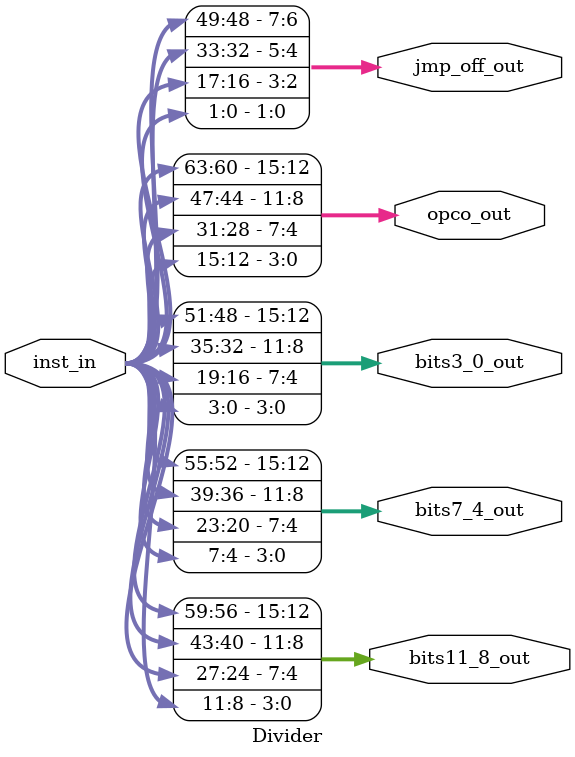
<source format=v>
module Divider(
	// input
	inst_in,
	
	// output
	bits11_8_out,
	bits7_4_out,
	bits3_0_out,
	opco_out,
	jmp_off_out);

	input [63:0]	inst_in;
	
	output [15:0]	bits11_8_out, bits7_4_out, bits3_0_out, opco_out;
	output [7:0]	jmp_off_out;
	
	assign bits11_8_out	= {inst_in[59:56], inst_in[43:40], inst_in[27:24], inst_in[11:8]};
	assign bits7_4_out	= {inst_in[55:52], inst_in[39:36], inst_in[23:20], inst_in[7:4]};
	assign bits3_0_out	= {inst_in[51:48], inst_in[35:32], inst_in[19:16], inst_in[3:0]};
	assign opco_out 	= {inst_in[63:60], inst_in[47:44], inst_in[31:28], inst_in[15:12]};
	assign jmp_off_out	= {inst_in[49:48], inst_in[33:32], inst_in[17:16], inst_in[1:0]};
	
endmodule

</source>
